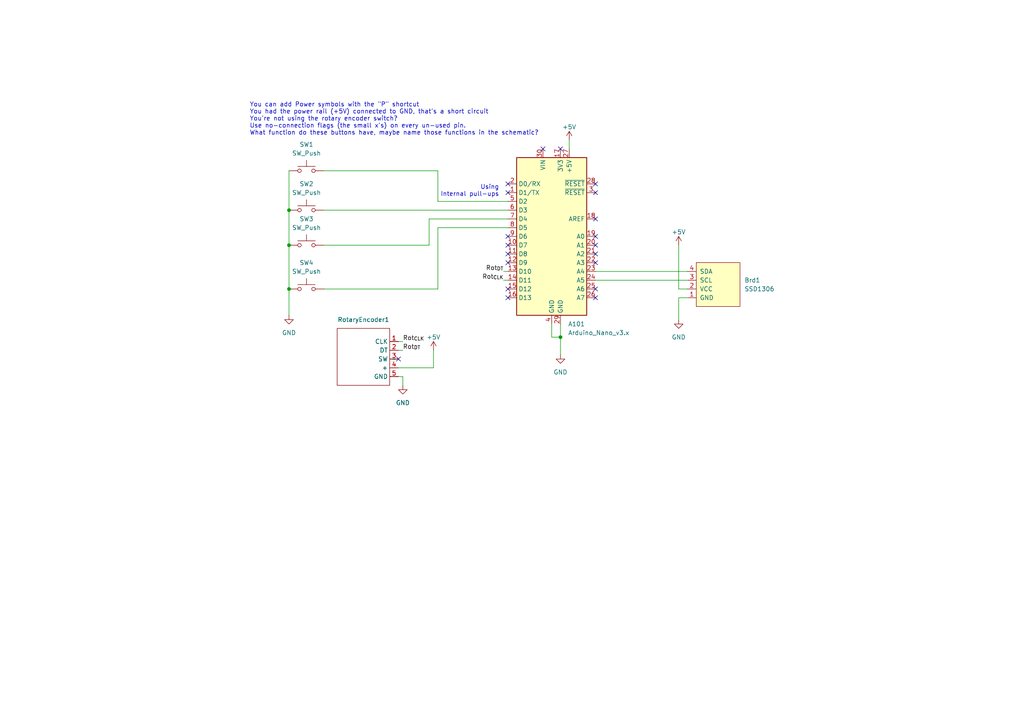
<source format=kicad_sch>
(kicad_sch (version 20230121) (generator eeschema)
  (paper "A4")
  (lib_symbols
    (symbol "MyBibleotheke:Rotary_Encoder_AZ"
      (property "Reference" "RotaryEncoder" (at 0 7.62 0))
      (symbol "Rotary_Encoder_AZ_0_1"
        (rectangle (start -7.62 8.89) (end 7.62 -7.62))
      )
      (symbol "Rotary_Encoder_AZ_1_1"
        (pin output line (at 10.16 5.08 180) (length 2.54) (name "CLK") (number "1"))
        (pin output line (at 10.16 2.54 180) (length 2.54) (name "DT") (number "2"))
        (pin output line (at 10.16 0 180) (length 2.54) (name "SW") (number "3"))
        (pin power_in line (at 10.16 -2.54 180) (length 2.54) (name "+") (number "4"))
        (pin power_out line (at 10.16 -5.08 180) (length 2.54) (name "GND") (number "5"))
      )
    )
    (symbol "MyBibleotheke:SSD1306" (pin_names (offset 1.016))
      (property "Reference" "Brd" (at 0 -3.81 0))
      (property "Value" "SSD1306" (at 0 -1.27 0))
      (symbol "SSD1306_0_1"
        (rectangle (start -6.35 6.35) (end 6.35 -6.35) (fill (type background)))
      )
      (symbol "SSD1306_1_1"
        (pin input line (at -3.81 8.89 270) (length 2.54) (name "GND") (number "1"))
        (pin input line (at -1.27 8.89 270) (length 2.54) (name "VCC") (number "2"))
        (pin input line (at 1.27 8.89 270) (length 2.54) (name "SCL") (number "3"))
        (pin input line (at 3.81 8.89 270) (length 2.54) (name "SDA") (number "4"))
      )
    )
    (symbol "Switch:SW_Push" (pin_numbers hide) (pin_names (offset 1.016) hide)
      (property "Reference" "SW" (at 1.27 2.54 0))
      (property "Value" "SW_Push" (at 0 -1.524 0))
      (symbol "SW_Push_0_1"
        (circle (center -2.032 0) (radius 0.508))
        (polyline (pts (xy 0 1.27) (xy 0 3.048)))
        (polyline (pts (xy 2.54 1.27) (xy -2.54 1.27)))
        (circle (center 2.032 0) (radius 0.508))
        (pin passive line (at -5.08 0 0) (length 2.54) (name "1") (number "1"))
        (pin passive line (at 5.08 0 180) (length 2.54) (name "2") (number "2"))
      )
    )
    (symbol "_project:Arduino_Nano_v3.x"
      (property "Reference" "A1" (at 4.7341 -25.4 0))
      (property "Value" "Arduino_Nano_v3.x" (at 4.7341 -27.94 0))
      (symbol "Arduino_Nano_v3.x_0_1"
        (rectangle (start -10.16 22.86) (end 10.16 -22.86) (stroke (width 0.254)) (fill (type background)))
      )
      (symbol "Arduino_Nano_v3.x_1_1"
        (pin bidirectional line (at -12.7 12.7 0) (length 2.54) (name "D1/TX") (number "1"))
        (pin bidirectional line (at -12.7 -2.54 0) (length 2.54) (name "D7") (number "10"))
        (pin bidirectional line (at -12.7 -5.08 0) (length 2.54) (name "D8") (number "11"))
        (pin bidirectional line (at -12.7 -7.62 0) (length 2.54) (name "D9") (number "12"))
        (pin bidirectional line (at -12.7 -10.16 0) (length 2.54) (name "D10") (number "13"))
        (pin bidirectional line (at -12.7 -12.7 0) (length 2.54) (name "D11") (number "14"))
        (pin bidirectional line (at -12.7 -15.24 0) (length 2.54) (name "D12") (number "15"))
        (pin bidirectional line (at -12.7 -17.78 0) (length 2.54) (name "D13") (number "16"))
        (pin power_out line (at 2.54 25.4 270) (length 2.54) (name "3V3") (number "17"))
        (pin input line (at 12.7 5.08 180) (length 2.54) (name "AREF") (number "18"))
        (pin bidirectional line (at 12.7 0 180) (length 2.54) (name "A0") (number "19"))
        (pin bidirectional line (at -12.7 15.24 0) (length 2.54) (name "D0/RX") (number "2"))
        (pin bidirectional line (at 12.7 -2.54 180) (length 2.54) (name "A1") (number "20"))
        (pin bidirectional line (at 12.7 -5.08 180) (length 2.54) (name "A2") (number "21"))
        (pin bidirectional line (at 12.7 -7.62 180) (length 2.54) (name "A3") (number "22"))
        (pin bidirectional line (at 12.7 -10.16 180) (length 2.54) (name "A4") (number "23"))
        (pin bidirectional line (at 12.7 -12.7 180) (length 2.54) (name "A5") (number "24"))
        (pin bidirectional line (at 12.7 -15.24 180) (length 2.54) (name "A6") (number "25"))
        (pin bidirectional line (at 12.7 -17.78 180) (length 2.54) (name "A7") (number "26"))
        (pin power_out line (at 5.08 25.4 270) (length 2.54) (name "+5V") (number "27"))
        (pin input line (at 12.7 15.24 180) (length 2.54) (name "~{RESET}") (number "28"))
        (pin power_in line (at 2.54 -25.4 90) (length 2.54) (name "GND") (number "29"))
        (pin input line (at 12.7 12.7 180) (length 2.54) (name "~{RESET}") (number "3"))
        (pin power_in line (at -2.54 25.4 270) (length 2.54) (name "VIN") (number "30"))
        (pin power_in line (at 0 -25.4 90) (length 2.54) (name "GND") (number "4"))
        (pin bidirectional line (at -12.7 10.16 0) (length 2.54) (name "D2") (number "5"))
        (pin bidirectional line (at -12.7 7.62 0) (length 2.54) (name "D3") (number "6"))
        (pin bidirectional line (at -12.7 5.08 0) (length 2.54) (name "D4") (number "7"))
        (pin bidirectional line (at -12.7 2.54 0) (length 2.54) (name "D5") (number "8"))
        (pin bidirectional line (at -12.7 0 0) (length 2.54) (name "D6") (number "9"))
      )
    )
    (symbol "power:+5V" (power) (pin_names (offset 0))
      (property "Value" "+5V" (at 0 3.556 0))
      (symbol "+5V_0_1"
        (polyline (pts (xy -0.762 1.27) (xy 0 2.54)))
        (polyline (pts (xy 0 0) (xy 0 2.54)))
        (polyline (pts (xy 0 2.54) (xy 0.762 1.27)))
      )
      (symbol "+5V_1_1"
        (pin power_in line (at 0 0 90) (length 0) hide (name "+5V") (number "1"))
      )
    )
    (symbol "power:GND" (power) (pin_names (offset 0))
      (property "Value" "GND" (at 0 -3.81 0))
      (symbol "GND_0_1"
        (polyline (pts (xy 0 0) (xy 0 -1.27) (xy 1.27 -1.27) (xy 0 -2.54) (xy -1.27 -1.27) (xy 0 -1.27)))
      )
      (symbol "GND_1_1"
        (pin power_in line (at 0 0 270) (length 0) hide (name "GND") (number "1"))
      )
    )
  )
  (junction (at 83.82 83.82))
  (junction (at 83.82 71.12))
  (junction (at 83.82 60.96))
  (junction (at 162.56 97.79))
  (no_connect (at 172.72 63.5))
  (no_connect (at 147.32 71.12))
  (no_connect (at 115.57 104.14))
  (no_connect (at 172.72 83.82))
  (no_connect (at 172.72 76.2))
  (no_connect (at 172.72 71.12))
  (no_connect (at 172.72 53.34))
  (no_connect (at 172.72 55.88))
  (no_connect (at 147.32 68.58))
  (no_connect (at 172.72 86.36))
  (no_connect (at 147.32 86.36))
  (no_connect (at 162.56 43.18))
  (no_connect (at 157.48 43.18))
  (no_connect (at 172.72 68.58))
  (no_connect (at 147.32 53.34))
  (no_connect (at 147.32 76.2))
  (no_connect (at 147.32 73.66))
  (no_connect (at 147.32 83.82))
  (no_connect (at 172.72 73.66))
  (no_connect (at 147.32 55.88))
  (wire (pts (xy 160.02 97.79) (xy 162.56 97.79)))
  (wire (pts (xy 116.84 109.22) (xy 116.84 111.76)))
  (wire (pts (xy 93.98 83.82) (xy 127 83.82)))
  (wire (pts (xy 125.73 106.68) (xy 125.73 101.6)))
  (wire (pts (xy 115.57 99.06) (xy 116.84 99.06)))
  (wire (pts (xy 199.39 86.36) (xy 196.85 86.36)))
  (wire (pts (xy 146.05 78.74) (xy 147.32 78.74)))
  (wire (pts (xy 196.85 86.36) (xy 196.85 92.71)))
  (wire (pts (xy 116.84 101.6) (xy 115.57 101.6)))
  (wire (pts (xy 93.98 60.96) (xy 147.32 60.96)))
  (wire (pts (xy 196.85 83.82) (xy 199.39 83.82)))
  (wire (pts (xy 172.72 78.74) (xy 199.39 78.74)))
  (wire (pts (xy 115.57 109.22) (xy 116.84 109.22)))
  (wire (pts (xy 83.82 71.12) (xy 83.82 83.82)))
  (wire (pts (xy 115.57 106.68) (xy 125.73 106.68)))
  (wire (pts (xy 83.82 83.82) (xy 83.82 91.44)))
  (wire (pts (xy 83.82 49.53) (xy 83.82 60.96)))
  (wire (pts (xy 83.82 60.96) (xy 83.82 71.12)))
  (wire (pts (xy 162.56 97.79) (xy 162.56 102.87)))
  (wire (pts (xy 127 58.42) (xy 127 49.53)))
  (wire (pts (xy 124.46 71.12) (xy 124.46 63.5)))
  (wire (pts (xy 127 58.42) (xy 147.32 58.42)))
  (wire (pts (xy 93.98 71.12) (xy 124.46 71.12)))
  (wire (pts (xy 124.46 63.5) (xy 147.32 63.5)))
  (wire (pts (xy 172.72 81.28) (xy 199.39 81.28)))
  (wire (pts (xy 127 49.53) (xy 93.98 49.53)))
  (wire (pts (xy 127 66.04) (xy 147.32 66.04)))
  (wire (pts (xy 196.85 71.12) (xy 196.85 83.82)))
  (wire (pts (xy 146.05 81.28) (xy 147.32 81.28)))
  (wire (pts (xy 160.02 93.98) (xy 160.02 97.79)))
  (wire (pts (xy 127 66.04) (xy 127 83.82)))
  (wire (pts (xy 165.1 40.64) (xy 165.1 43.18)))
  (wire (pts (xy 162.56 93.98) (xy 162.56 97.79)))
  (text "Using\nInternal pull-ups" (at 144.78 57.15 0) (effects (font (size 1.27 1.27)) (justify right bottom)))
  (text "You can add Power symbols with the \"P\" shortcut\nYou had the power rail (+5V) connected to GND, that's a short circuit\nYou're not using the rotary encoder switch?\nUse no-connection flags (the small x's) on every un-used pin.\nWhat function do these buttons have, maybe name those functions in the schematic?" (at 72.39 39.37 0) (effects (font (size 1.27 1.27)) (justify left bottom)))
  (label "Rot_{CLK}" (at 116.84 99.06 0))
  (label "Rot_{DT}" (at 146.05 78.74 180))
  (label "Rot_{DT}" (at 116.84 101.6 0))
  (label "Rot_{CLK}" (at 146.05 81.28 180))
  (symbol (lib_id "Switch:SW_Push") (at 88.9 71.12 0) (unit 1)
    (property "Reference" "SW3" (at 88.9 63.5 0))
    (property "Value" "SW_Push" (at 88.9 66.04 0))
    (property "Footprint" "Button_Switch_THT:SW_Tactile_Straight_KSL0Axx1LFTR" (effects hide))
  )
  (symbol (lib_id "power:+5V") (at 165.1 40.64 0) (unit 1)
    (property "Reference" "#PWR0102" (effects hide))
    (property "Value" "+5V" (at 165.1 36.83 0))
  )
  (symbol (lib_id "power:GND") (at 116.84 111.76 0) (unit 1)
    (property "Reference" "#PWR0103" (effects hide))
    (property "Value" "GND" (at 116.84 116.84 0))
  )
  (symbol (lib_id "MyBibleotheke:SSD1306") (at 208.28 82.55 90) (unit 1)
    (property "Reference" "Brd1" (at 215.9 81.28 90) (effects (justify right)))
    (property "Value" "SSD1306" (at 215.9 83.82 90) (effects (justify right)))
    (property "Footprint" "myBibli:128x64OLED" (effects hide))
  )
  (symbol (lib_id "power:GND") (at 83.82 91.44 0) (unit 1)
    (property "Reference" "#PWR0107" (effects hide))
    (property "Value" "GND" (at 83.82 96.52 0))
  )
  (symbol (lib_id "Switch:SW_Push") (at 88.9 49.53 0) (unit 1)
    (property "Reference" "SW1" (at 88.9 41.91 0))
    (property "Value" "SW_Push" (at 88.9 44.45 0))
    (property "Footprint" "Button_Switch_THT:SW_Tactile_Straight_KSL0Axx1LFTR" (effects hide))
  )
  (symbol (lib_id "Switch:SW_Push") (at 88.9 60.96 0) (unit 1)
    (property "Reference" "SW2" (at 88.9 53.34 0))
    (property "Value" "SW_Push" (at 88.9 55.88 0))
    (property "Footprint" "Button_Switch_THT:SW_Tactile_Straight_KSL0Axx1LFTR" (effects hide))
  )
  (symbol (lib_id "Switch:SW_Push") (at 88.9 83.82 0) (unit 1)
    (property "Reference" "SW4" (at 88.9 76.2 0))
    (property "Value" "SW_Push" (at 88.9 78.74 0))
    (property "Footprint" "Button_Switch_THT:SW_Tactile_Straight_KSL0Axx1LFTR" (effects hide))
  )
  (symbol (lib_id "power:+5V") (at 196.85 71.12 0) (unit 1)
    (property "Reference" "#PWR0106" (effects hide))
    (property "Value" "+5V" (at 196.85 67.31 0))
  )
  (symbol (lib_id "power:GND") (at 196.85 92.71 0) (unit 1)
    (property "Reference" "#PWR0105" (effects hide))
    (property "Value" "GND" (at 196.85 97.79 0))
  )
  (symbol (lib_id "_project:Arduino_Nano_v3.x") (at 160.02 68.58 0) (unit 1)
    (property "Reference" "A101" (at 164.7541 93.98 0) (effects (justify left)))
    (property "Value" "Arduino_Nano_v3.x" (at 164.7541 96.52 0) (effects (justify left)))
    (property "Footprint" "Module:Arduino_Nano" (effects hide))
    (property "Datasheet" "http://www.mouser.com/pdfdocs/Gravitech_Arduino_Nano3_0.pdf" (effects hide))
  )
  (symbol (lib_id "power:GND") (at 162.56 102.87 0) (unit 1)
    (property "Reference" "#PWR0104" (effects hide))
    (property "Value" "GND" (at 162.56 107.95 0))
  )
  (symbol (lib_id "power:+5V") (at 125.73 101.6 0) (unit 1)
    (property "Reference" "#PWR0101" (effects hide))
    (property "Value" "+5V" (at 125.73 97.79 0))
  )
  (symbol (lib_id "MyBibleotheke:Rotary_Encoder_AZ") (at 105.41 104.14 0) (unit 1)
    (property "Reference" "RotaryEncoder1" (at 105.41 92.71 0))
    (property "Value" "~" (at 114.3 104.14 0))
    (property "Footprint" "myBibli:RotaryEncoder" (effects hide))
  )
)
</source>
